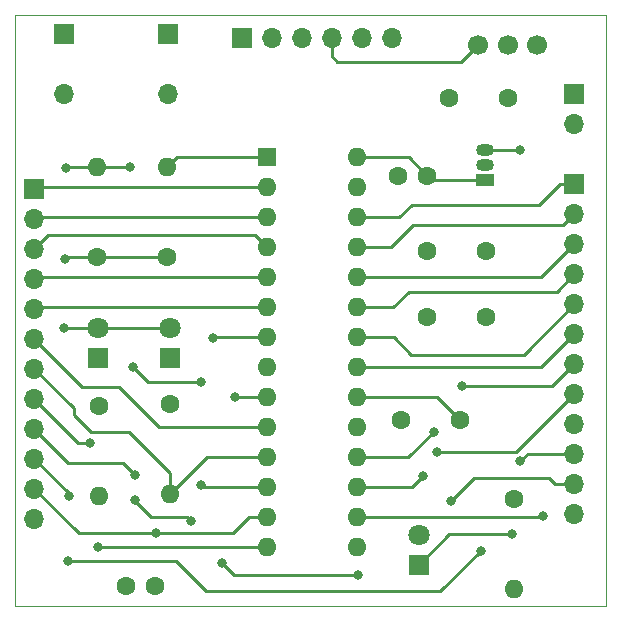
<source format=gbr>
%TF.GenerationSoftware,KiCad,Pcbnew,7.0.1*%
%TF.CreationDate,2023-04-16T18:59:37-05:00*%
%TF.ProjectId,HW4,4857342e-6b69-4636-9164-5f7063625858,rev?*%
%TF.SameCoordinates,Original*%
%TF.FileFunction,Copper,L1,Top*%
%TF.FilePolarity,Positive*%
%FSLAX46Y46*%
G04 Gerber Fmt 4.6, Leading zero omitted, Abs format (unit mm)*
G04 Created by KiCad (PCBNEW 7.0.1) date 2023-04-16 18:59:37*
%MOMM*%
%LPD*%
G01*
G04 APERTURE LIST*
%TA.AperFunction,ComponentPad*%
%ADD10C,1.600000*%
%TD*%
%TA.AperFunction,ComponentPad*%
%ADD11R,1.500000X1.050000*%
%TD*%
%TA.AperFunction,ComponentPad*%
%ADD12O,1.500000X1.050000*%
%TD*%
%TA.AperFunction,ComponentPad*%
%ADD13R,1.600000X1.600000*%
%TD*%
%TA.AperFunction,ComponentPad*%
%ADD14O,1.600000X1.600000*%
%TD*%
%TA.AperFunction,ComponentPad*%
%ADD15C,1.700000*%
%TD*%
%TA.AperFunction,ComponentPad*%
%ADD16R,1.700000X1.700000*%
%TD*%
%TA.AperFunction,ComponentPad*%
%ADD17O,1.700000X1.700000*%
%TD*%
%TA.AperFunction,ComponentPad*%
%ADD18R,1.800000X1.800000*%
%TD*%
%TA.AperFunction,ComponentPad*%
%ADD19C,1.800000*%
%TD*%
%TA.AperFunction,ViaPad*%
%ADD20C,0.800000*%
%TD*%
%TA.AperFunction,Conductor*%
%ADD21C,0.250000*%
%TD*%
%TA.AperFunction,Profile*%
%ADD22C,0.100000*%
%TD*%
G04 APERTURE END LIST*
D10*
%TO.P,C1,1*%
%TO.N,+3.3V*%
X111840593Y-148305838D03*
%TO.P,C1,2*%
%TO.N,GND*%
X109340593Y-148305838D03*
%TD*%
D11*
%TO.P,U2,1,VO*%
%TO.N,+3.3V*%
X139764813Y-113923902D03*
D12*
%TO.P,U2,2,GND*%
%TO.N,GND*%
X139764813Y-112653902D03*
%TO.P,U2,3,VI*%
%TO.N,/Vin*%
X139764813Y-111383902D03*
%TD*%
D13*
%TO.P,U1,1,~{MCLR}*%
%TO.N,/MCLR*%
X121274094Y-112039603D03*
D14*
%TO.P,U1,2,A0*%
%TO.N,/A0*%
X121274094Y-114579603D03*
%TO.P,U1,3,A1*%
%TO.N,/A1*%
X121274094Y-117119603D03*
%TO.P,U1,4,B0*%
%TO.N,/B0*%
X121274094Y-119659603D03*
%TO.P,U1,5,B1*%
%TO.N,/B1*%
X121274094Y-122199603D03*
%TO.P,U1,6,B2*%
%TO.N,/B2*%
X121274094Y-124739603D03*
%TO.P,U1,7,B3*%
%TO.N,/U1RX*%
X121274094Y-127279603D03*
%TO.P,U1,8,Vss*%
%TO.N,GND*%
X121274094Y-129819603D03*
%TO.P,U1,9,A2*%
%TO.N,/U1TX*%
X121274094Y-132359603D03*
%TO.P,U1,10,A3*%
%TO.N,/A3*%
X121274094Y-134899603D03*
%TO.P,U1,11,B4*%
%TO.N,/GREEN*%
X121274094Y-137439603D03*
%TO.P,U1,12,A4*%
%TO.N,/USER*%
X121274094Y-139979603D03*
%TO.P,U1,13,Vdd*%
%TO.N,+3.3V*%
X121274094Y-142519603D03*
%TO.P,U1,14,B5*%
%TO.N,/YELLOW*%
X121274094Y-145059603D03*
%TO.P,U1,15,B6*%
%TO.N,/B6*%
X128894094Y-145059603D03*
%TO.P,U1,16,B7*%
%TO.N,/B7*%
X128894094Y-142519603D03*
%TO.P,U1,17,B8*%
%TO.N,/B8*%
X128894094Y-139979603D03*
%TO.P,U1,18,B9*%
%TO.N,/B9*%
X128894094Y-137439603D03*
%TO.P,U1,19,Vss*%
%TO.N,GND*%
X128894094Y-134899603D03*
%TO.P,U1,20,Vcap*%
%TO.N,Net-(U1-Vcap)*%
X128894094Y-132359603D03*
%TO.P,U1,21,B10*%
%TO.N,/B10*%
X128894094Y-129819603D03*
%TO.P,U1,22,B11*%
%TO.N,/B11*%
X128894094Y-127279603D03*
%TO.P,U1,23,B12*%
%TO.N,/B12*%
X128894094Y-124739603D03*
%TO.P,U1,24,B13*%
%TO.N,/B13*%
X128894094Y-122199603D03*
%TO.P,U1,25,B14*%
%TO.N,/B14*%
X128894094Y-119659603D03*
%TO.P,U1,26,B15*%
%TO.N,/B15*%
X128894094Y-117119603D03*
%TO.P,U1,27,AVss*%
%TO.N,GND*%
X128894094Y-114579603D03*
%TO.P,U1,28,AVdd*%
%TO.N,+3.3V*%
X128894094Y-112039603D03*
%TD*%
D15*
%TO.P,SW3,1,A*%
%TO.N,+5V*%
X139178524Y-102524073D03*
%TO.P,SW3,2,B*%
%TO.N,/Vin*%
X141678524Y-102524073D03*
%TO.P,SW3,3,C*%
%TO.N,Net-(J2-Pin_1)*%
X144178524Y-102524073D03*
%TD*%
D16*
%TO.P,SW2,1,1*%
%TO.N,GND*%
X104140000Y-101600000D03*
D17*
%TO.P,SW2,2,2*%
%TO.N,/USER*%
X104140000Y-106680000D03*
%TD*%
D16*
%TO.P,SW1,1,1*%
%TO.N,GND*%
X112907148Y-101596996D03*
D17*
%TO.P,SW1,2,2*%
%TO.N,/MCLR*%
X112907148Y-106676996D03*
%TD*%
D10*
%TO.P,R5,1*%
%TO.N,Net-(D3-K)*%
X142240000Y-140970000D03*
D14*
%TO.P,R5,2*%
%TO.N,GND*%
X142240000Y-148590000D03*
%TD*%
%TO.P,R4,2*%
%TO.N,/YELLOW*%
X107038775Y-140730304D03*
D10*
%TO.P,R4,1*%
%TO.N,Net-(D2-K)*%
X107038775Y-133110304D03*
%TD*%
%TO.P,R3,1*%
%TO.N,Net-(D1-K)*%
X113062406Y-132965592D03*
D14*
%TO.P,R3,2*%
%TO.N,/GREEN*%
X113062406Y-140585592D03*
%TD*%
%TO.P,R2,2*%
%TO.N,/USER*%
X106937784Y-112874741D03*
D10*
%TO.P,R2,1*%
%TO.N,+3.3V*%
X106937784Y-120494741D03*
%TD*%
D14*
%TO.P,R1,2*%
%TO.N,/MCLR*%
X112834792Y-112874741D03*
D10*
%TO.P,R1,1*%
%TO.N,+3.3V*%
X112834792Y-120494741D03*
%TD*%
D16*
%TO.P,J4,1,Pin_1*%
%TO.N,/B15*%
X147320000Y-114300000D03*
D17*
%TO.P,J4,2,Pin_2*%
%TO.N,/B14*%
X147320000Y-116840000D03*
%TO.P,J4,3,Pin_3*%
%TO.N,/B13*%
X147320000Y-119380000D03*
%TO.P,J4,4,Pin_4*%
%TO.N,/B12*%
X147320000Y-121920000D03*
%TO.P,J4,5,Pin_5*%
%TO.N,/B11*%
X147320000Y-124460000D03*
%TO.P,J4,6,Pin_6*%
%TO.N,/B10*%
X147320000Y-127000000D03*
%TO.P,J4,7,Pin_7*%
%TO.N,/B9*%
X147320000Y-129540000D03*
%TO.P,J4,8,Pin_8*%
%TO.N,/B8*%
X147320000Y-132080000D03*
%TO.P,J4,9,Pin_9*%
%TO.N,/B7*%
X147320000Y-134620000D03*
%TO.P,J4,10,Pin_10*%
%TO.N,/Vin*%
X147320000Y-137160000D03*
%TO.P,J4,11,Pin_11*%
%TO.N,+3.3V*%
X147320000Y-139700000D03*
%TO.P,J4,12,Pin_12*%
%TO.N,GND*%
X147320000Y-142240000D03*
%TD*%
D16*
%TO.P,J3,1,Pin_1*%
%TO.N,/A0*%
X101595494Y-114723589D03*
D17*
%TO.P,J3,2,Pin_2*%
%TO.N,/A1*%
X101595494Y-117263589D03*
%TO.P,J3,3,Pin_3*%
%TO.N,/B0*%
X101595494Y-119803589D03*
%TO.P,J3,4,Pin_4*%
%TO.N,/B1*%
X101595494Y-122343589D03*
%TO.P,J3,5,Pin_5*%
%TO.N,/B2*%
X101595494Y-124883589D03*
%TO.P,J3,6,Pin_6*%
%TO.N,/A3*%
X101595494Y-127423589D03*
%TO.P,J3,7,Pin_7*%
%TO.N,/GREEN*%
X101595494Y-129963589D03*
%TO.P,J3,8,Pin_8*%
%TO.N,/YELLOW*%
X101595494Y-132503589D03*
%TO.P,J3,9,Pin_9*%
%TO.N,/B6*%
X101595494Y-135043589D03*
%TO.P,J3,10,Pin_10*%
%TO.N,/Vin*%
X101595494Y-137583589D03*
%TO.P,J3,11,Pin_11*%
%TO.N,+3.3V*%
X101595494Y-140123589D03*
%TO.P,J3,12,Pin_12*%
%TO.N,GND*%
X101595494Y-142663589D03*
%TD*%
D16*
%TO.P,J2,1,Pin_1*%
%TO.N,Net-(J2-Pin_1)*%
X147320000Y-106680000D03*
D17*
%TO.P,J2,2,Pin_2*%
%TO.N,GND*%
X147320000Y-109220000D03*
%TD*%
D16*
%TO.P,J1,1,Pin_1*%
%TO.N,unconnected-(J1-Pin_1-Pad1)*%
X119168939Y-101937683D03*
D17*
%TO.P,J1,2,Pin_2*%
%TO.N,/U1RX*%
X121708939Y-101937683D03*
%TO.P,J1,3,Pin_3*%
%TO.N,/U1TX*%
X124248939Y-101937683D03*
%TO.P,J1,4,Pin_4*%
%TO.N,+5V*%
X126788939Y-101937683D03*
%TO.P,J1,5,Pin_5*%
%TO.N,unconnected-(J1-Pin_5-Pad5)*%
X129328939Y-101937683D03*
%TO.P,J1,6,Pin_6*%
%TO.N,GND*%
X131868939Y-101937683D03*
%TD*%
D18*
%TO.P,D3,1,K*%
%TO.N,Net-(D3-K)*%
X134172314Y-146524084D03*
D19*
%TO.P,D3,2,A*%
%TO.N,+3.3V*%
X134172314Y-143984084D03*
%TD*%
D18*
%TO.P,D2,1,K*%
%TO.N,Net-(D2-K)*%
X106973962Y-129075693D03*
D19*
%TO.P,D2,2,A*%
%TO.N,+3.3V*%
X106973962Y-126535693D03*
%TD*%
D18*
%TO.P,D1,1,K*%
%TO.N,Net-(D1-K)*%
X113088038Y-129003337D03*
D19*
%TO.P,D1,2,A*%
%TO.N,+3.3V*%
X113088038Y-126463337D03*
%TD*%
D10*
%TO.P,C6,1*%
%TO.N,+3.3V*%
X139819080Y-125563427D03*
%TO.P,C6,2*%
%TO.N,GND*%
X134819080Y-125563427D03*
%TD*%
%TO.P,C5,2*%
%TO.N,GND*%
X134837169Y-119955843D03*
%TO.P,C5,1*%
%TO.N,+3.3V*%
X139837169Y-119955843D03*
%TD*%
%TO.P,C4,1*%
%TO.N,/Vin*%
X141682245Y-107064407D03*
%TO.P,C4,2*%
%TO.N,GND*%
X136682245Y-107064407D03*
%TD*%
%TO.P,C3,2*%
%TO.N,GND*%
X132352153Y-113591526D03*
%TO.P,C3,1*%
%TO.N,+3.3V*%
X134852153Y-113591526D03*
%TD*%
%TO.P,C2,2*%
%TO.N,GND*%
X132630313Y-134300405D03*
%TO.P,C2,1*%
%TO.N,Net-(U1-Vcap)*%
X137630313Y-134300405D03*
%TD*%
D20*
%TO.N,/Vin*%
X142707287Y-111399732D03*
%TO.N,/B6*%
X110131990Y-138959467D03*
%TO.N,/YELLOW*%
X106279037Y-136228030D03*
%TO.N,Net-(D3-K)*%
X142072660Y-143955449D03*
%TO.N,+3.3V*%
X136885661Y-141180292D03*
%TO.N,/Vin*%
X139387948Y-145348301D03*
X142752498Y-137769017D03*
X104488229Y-146199208D03*
X104506318Y-140682069D03*
%TO.N,/B9*%
X135452093Y-135260656D03*
X137839838Y-131389615D03*
%TO.N,/B8*%
X135723427Y-136997199D03*
X134493377Y-139041254D03*
%TO.N,/B7*%
X144662388Y-142454064D03*
%TO.N,+3.3V*%
X104171661Y-120641712D03*
X111934881Y-143883093D03*
X104140000Y-126513132D03*
%TO.N,/B6*%
X110107895Y-141097390D03*
X114883386Y-142852021D03*
X128974702Y-147428533D03*
X117506288Y-146433639D03*
%TO.N,/YELLOW*%
X107034236Y-145043792D03*
%TO.N,/USER*%
X109922466Y-129760071D03*
X115700394Y-139764813D03*
X115692851Y-131080567D03*
X109726491Y-112868254D03*
X104253072Y-112953872D03*
%TO.N,/U1TX*%
X118582582Y-132345293D03*
%TO.N,/U1RX*%
X116733759Y-127370047D03*
%TD*%
D21*
%TO.N,/Vin*%
X142691457Y-111383902D02*
X142707287Y-111399732D01*
X139764813Y-111383902D02*
X142691457Y-111383902D01*
%TO.N,+3.3V*%
X145693482Y-139700000D02*
X147320000Y-139700000D01*
X145206592Y-139213110D02*
X145693482Y-139700000D01*
X138852843Y-139213110D02*
X145206592Y-139213110D01*
X136885661Y-141180292D02*
X138852843Y-139213110D01*
%TO.N,/B6*%
X104462211Y-137910306D02*
X101595494Y-135043589D01*
X109082829Y-137910306D02*
X104462211Y-137910306D01*
X110131990Y-138959467D02*
X109082829Y-137910306D01*
%TO.N,/YELLOW*%
X106279037Y-136228030D02*
X105319935Y-136228030D01*
X105319935Y-136228030D02*
X101595494Y-132503589D01*
%TO.N,Net-(D3-K)*%
X136740949Y-143955449D02*
X142072660Y-143955449D01*
X134172314Y-146524084D02*
X136740949Y-143955449D01*
%TO.N,/Vin*%
X142752498Y-137769017D02*
X143361515Y-137160000D01*
X135950316Y-148785933D02*
X139387948Y-145348301D01*
X116173711Y-148785933D02*
X135950316Y-148785933D01*
X104488229Y-146199208D02*
X113586986Y-146199208D01*
X143361515Y-137160000D02*
X147320000Y-137160000D01*
X113586986Y-146199208D02*
X116173711Y-148785933D01*
X104506318Y-140494413D02*
X104506318Y-140682069D01*
X101595494Y-137583589D02*
X104506318Y-140494413D01*
%TO.N,+3.3V*%
X133300230Y-112039603D02*
X128894094Y-112039603D01*
X134852153Y-113591526D02*
X133300230Y-112039603D01*
X135184529Y-113923902D02*
X134852153Y-113591526D01*
X139764813Y-113923902D02*
X135184529Y-113923902D01*
%TO.N,+5V*%
X137723885Y-103978712D02*
X139178524Y-102524073D01*
X127271357Y-103978712D02*
X137723885Y-103978712D01*
X126788939Y-103496294D02*
X127271357Y-103978712D01*
X126788939Y-101937683D02*
X126788939Y-103496294D01*
%TO.N,/B15*%
X146082406Y-114300000D02*
X147320000Y-114300000D01*
X144330779Y-116051627D02*
X146082406Y-114300000D01*
X133585924Y-116051627D02*
X144330779Y-116051627D01*
X132517948Y-117119603D02*
X133585924Y-116051627D01*
X128894094Y-117119603D02*
X132517948Y-117119603D01*
%TO.N,/B14*%
X133682398Y-117764051D02*
X146395949Y-117764051D01*
X146395949Y-117764051D02*
X147320000Y-116840000D01*
X131786846Y-119659603D02*
X133682398Y-117764051D01*
X128894094Y-119659603D02*
X131786846Y-119659603D01*
%TO.N,/B13*%
X144500397Y-122199603D02*
X147320000Y-119380000D01*
X128894094Y-122199603D02*
X144500397Y-122199603D01*
%TO.N,/B12*%
X145820128Y-123419872D02*
X147320000Y-121920000D01*
X133296500Y-123419872D02*
X145820128Y-123419872D01*
X131976769Y-124739603D02*
X133296500Y-123419872D01*
X128894094Y-124739603D02*
X131976769Y-124739603D01*
%TO.N,Net-(U1-Vcap)*%
X135689511Y-132359603D02*
X128894094Y-132359603D01*
X137630313Y-134300405D02*
X135689511Y-132359603D01*
%TO.N,/B11*%
X133534661Y-128748623D02*
X143031377Y-128748623D01*
X132065641Y-127279603D02*
X133534661Y-128748623D01*
X143031377Y-128748623D02*
X147320000Y-124460000D01*
X128894094Y-127279603D02*
X132065641Y-127279603D01*
%TO.N,/B10*%
X144500397Y-129819603D02*
X147320000Y-127000000D01*
X128894094Y-129819603D02*
X144500397Y-129819603D01*
%TO.N,/B9*%
X145470385Y-131389615D02*
X147320000Y-129540000D01*
X137839838Y-131389615D02*
X145470385Y-131389615D01*
X133273146Y-137439603D02*
X135452093Y-135260656D01*
X128894094Y-137439603D02*
X133273146Y-137439603D01*
%TO.N,/B8*%
X135723427Y-136997199D02*
X142402801Y-136997199D01*
X142402801Y-136997199D02*
X147320000Y-132080000D01*
X133555028Y-139979603D02*
X134493377Y-139041254D01*
X128894094Y-139979603D02*
X133555028Y-139979603D01*
%TO.N,/B7*%
X144596849Y-142519603D02*
X144662388Y-142454064D01*
X128894094Y-142519603D02*
X144596849Y-142519603D01*
%TO.N,Net-(D3-K)*%
X141967898Y-141242102D02*
X142240000Y-140970000D01*
%TO.N,+3.3V*%
X106937784Y-120494741D02*
X112834792Y-120494741D01*
X104318632Y-120494741D02*
X106937784Y-120494741D01*
X104171661Y-120641712D02*
X104318632Y-120494741D01*
X105354998Y-143883093D02*
X101595494Y-140123589D01*
X111934881Y-143883093D02*
X105354998Y-143883093D01*
X111971059Y-143846915D02*
X111934881Y-143883093D01*
X118446914Y-143846915D02*
X111971059Y-143846915D01*
X119774226Y-142519603D02*
X118446914Y-143846915D01*
X121274094Y-142519603D02*
X119774226Y-142519603D01*
X113015682Y-126535693D02*
X113088038Y-126463337D01*
X106973962Y-126535693D02*
X113015682Y-126535693D01*
X104162561Y-126535693D02*
X106973962Y-126535693D01*
X104140000Y-126513132D02*
X104162561Y-126535693D01*
%TO.N,/B6*%
X110107895Y-141133569D02*
X110107895Y-141097390D01*
X111446479Y-142472153D02*
X110107895Y-141133569D01*
X114503518Y-142472153D02*
X111446479Y-142472153D01*
X114883386Y-142852021D02*
X114503518Y-142472153D01*
X118501182Y-147428533D02*
X117506288Y-146433639D01*
X128974702Y-147428533D02*
X118501182Y-147428533D01*
%TO.N,/YELLOW*%
X107050047Y-145059603D02*
X107034236Y-145043792D01*
X121274094Y-145059603D02*
X107050047Y-145059603D01*
%TO.N,/GREEN*%
X104940453Y-133308548D02*
X101595494Y-129963589D01*
X104940453Y-133833863D02*
X104940453Y-133308548D01*
X106405660Y-135299070D02*
X104940453Y-133833863D01*
X109625499Y-135299070D02*
X106405660Y-135299070D01*
X113062406Y-138735977D02*
X109625499Y-135299070D01*
X113062406Y-140585592D02*
X113062406Y-138735977D01*
X116208395Y-137439603D02*
X113062406Y-140585592D01*
X121274094Y-137439603D02*
X116208395Y-137439603D01*
%TO.N,/A3*%
X105654200Y-131482295D02*
X101595494Y-127423589D01*
X108757228Y-131482295D02*
X105654200Y-131482295D01*
X112174536Y-134899603D02*
X108757228Y-131482295D01*
X121274094Y-134899603D02*
X112174536Y-134899603D01*
%TO.N,/USER*%
X111242962Y-131080567D02*
X109922466Y-129760071D01*
X115692851Y-131080567D02*
X111242962Y-131080567D01*
X115915184Y-139979603D02*
X115700394Y-139764813D01*
X121274094Y-139979603D02*
X115915184Y-139979603D01*
X109720004Y-112874741D02*
X109726491Y-112868254D01*
X106937784Y-112874741D02*
X109720004Y-112874741D01*
X104332203Y-112874741D02*
X104253072Y-112953872D01*
X106937784Y-112874741D02*
X104332203Y-112874741D01*
%TO.N,/MCLR*%
X112875509Y-106708635D02*
X112907148Y-106676996D01*
X113669930Y-112039603D02*
X112834792Y-112874741D01*
X121274094Y-112039603D02*
X113669930Y-112039603D01*
%TO.N,/U1TX*%
X118596892Y-132359603D02*
X118582582Y-132345293D01*
X121274094Y-132359603D02*
X118596892Y-132359603D01*
%TO.N,/U1RX*%
X116824203Y-127279603D02*
X116733759Y-127370047D01*
X121274094Y-127279603D02*
X116824203Y-127279603D01*
%TO.N,/B2*%
X101739480Y-124739603D02*
X101595494Y-124883589D01*
X121274094Y-124739603D02*
X101739480Y-124739603D01*
%TO.N,/B1*%
X101739480Y-122199603D02*
X101595494Y-122343589D01*
X121274094Y-122199603D02*
X101739480Y-122199603D01*
%TO.N,/B0*%
X102742355Y-118656728D02*
X101595494Y-119803589D01*
X120271219Y-118656728D02*
X102742355Y-118656728D01*
X121274094Y-119659603D02*
X120271219Y-118656728D01*
%TO.N,/A1*%
X121274094Y-117119603D02*
X101739480Y-117119603D01*
X101739480Y-117119603D02*
X101595494Y-117263589D01*
%TO.N,/A0*%
X101739480Y-114579603D02*
X101595494Y-114723589D01*
X121274094Y-114579603D02*
X101739480Y-114579603D01*
%TD*%
D22*
X150000000Y-100000000D02*
X100000000Y-100000000D01*
X150000000Y-150000000D02*
X150000000Y-100000000D01*
X100000000Y-150000000D02*
X150000000Y-150000000D01*
X100000000Y-100000000D02*
X100000000Y-150000000D01*
M02*

</source>
